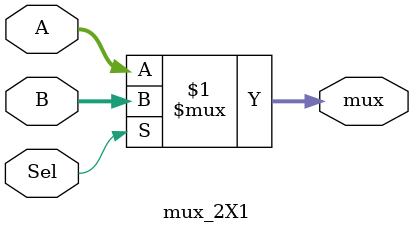
<source format=v>



module mux_2X1(
input [31:0]A,B,
input Sel,
output [31:0]mux
    );
    
    assign mux = Sel ? B : A;
endmodule

</source>
